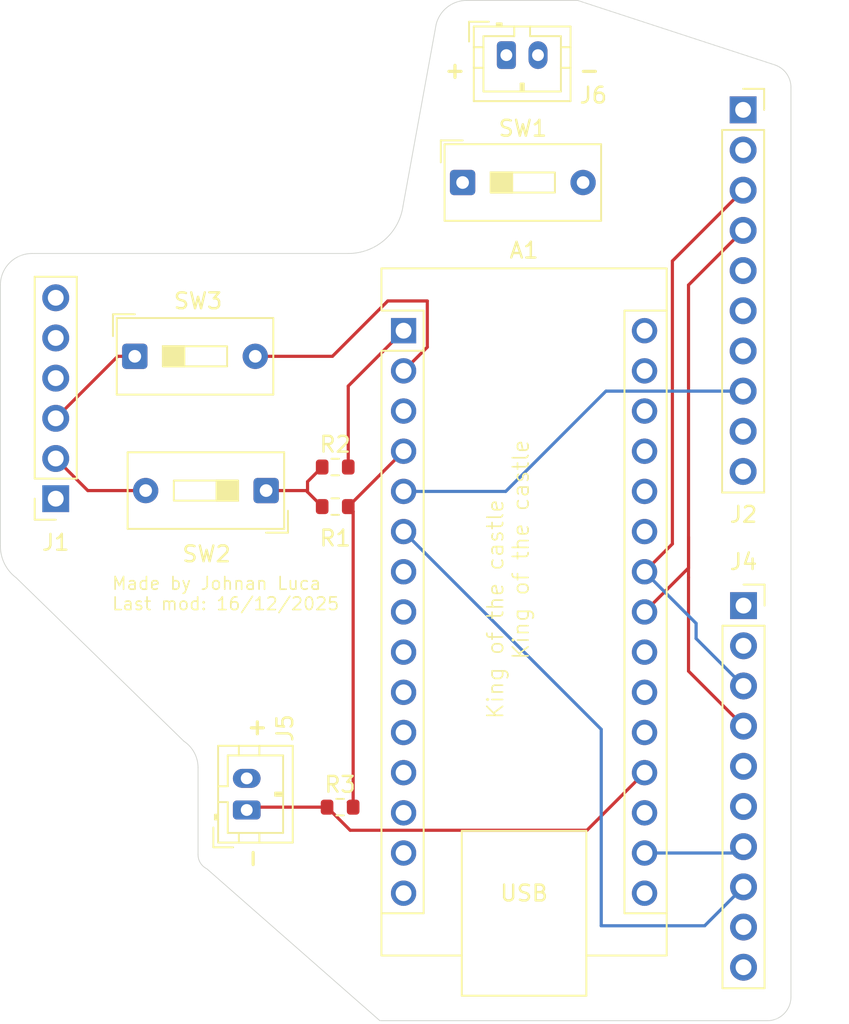
<source format=kicad_pcb>
(kicad_pcb (version 20241229) (generator "pcbnew") (generator_version "9.0")
  (layers (0 "F.Cu" signal) (4 "In1.Cu" signal) (6 "In2.Cu" signal) (2 "B.Cu" signal) (13 "F.Paste" user) (15 "B.Paste" user) (5 "F.SilkS" user "F.Silkscreen") (7 "B.SilkS" user "B.Silkscreen") (1 "F.Mask" user) (3 "B.Mask" user) (25 "Edge.Cuts" user))
  (net 0 "")
  (net 5 "Net-(A1-SDA{slash}A4)")
  (net 6 "Net-(A1-D3)")
  (net 9 "Net-(A1-D2)")
  (net 11 "Net-(A1-RX1)")
  (net 13 "Net-(A1-3V3)")
  (net 23 "Net-(A1-SCL{slash}A5)")
  (net 24 "Net-(A1-+5V)")
  (net 26 "Net-(A1-TX1)")
  (net 29 "Net-(J1-Pin_3)")
  (net 35 "Net-(A1-VIN)")
  (net 36 "Net-(A1-A0)")
  (net 37 "Net-(J1-Pin_2)")
  (net 42 "GND")
  (net 43 "Net-(SW2-A)")
  (net 44 "VCC")
  (footprint "Connector_JST:JST_PH_B2B-PH-K_1x02_P2.00mm_Vertical" (layer "F.Cu") (at 132.08 108.68 90)
    (property "Reference" "J5" (at 5.18 2.42 270) (layer "F.SilkS"))
    (property "Value" "FlexSensor_JST")
    (fp_line (start -1.11 -2.11) (end -2.36 -2.11) (stroke (width 0.12)) (layer "F.SilkS"))
    (fp_line (start -2.36 -2.11) (end -2.36 -0.86) (stroke (width 0.12)) (layer "F.SilkS"))
    (fp_line (start -0.3 -2.01) (end -0.6 -2.01) (stroke (width 0.12)) (layer "F.SilkS"))
    (fp_line (start -0.6 -2.01) (end -0.6 -1.81) (stroke (width 0.12)) (layer "F.SilkS"))
    (fp_line (start -0.3 -1.91) (end -0.6 -1.91) (stroke (width 0.12)) (layer "F.SilkS"))
    (fp_line (start 4.06 -1.81) (end -2.06 -1.81) (stroke (width 0.12)) (layer "F.SilkS"))
    (fp_line (start 0.5 -1.81) (end 0.5 -1.2) (stroke (width 0.12)) (layer "F.SilkS"))
    (fp_line (start -0.3 -1.81) (end -0.3 -2.01) (stroke (width 0.12)) (layer "F.SilkS"))
    (fp_line (start -2.06 -1.81) (end -2.06 2.91) (stroke (width 0.12)) (layer "F.SilkS"))
    (fp_line (start 3.45 -1.2) (end 1.5 -1.2) (stroke (width 0.12)) (layer "F.SilkS"))
    (fp_line (start 1.5 -1.2) (end 1.5 -1.81) (stroke (width 0.12)) (layer "F.SilkS"))
    (fp_line (start 0.5 -1.2) (end -1.45 -1.2) (stroke (width 0.12)) (layer "F.SilkS"))
    (fp_line (start -1.45 -1.2) (end -1.45 2.3) (stroke (width 0.12)) (layer "F.SilkS"))
    (fp_line (start 4.06 -0.5) (end 3.45 -0.5) (stroke (width 0.12)) (layer "F.SilkS"))
    (fp_line (start -2.06 -0.5) (end -1.45 -0.5) (stroke (width 0.12)) (layer "F.SilkS"))
    (fp_line (start 4.06 0.8) (end 3.45 0.8) (stroke (width 0.12)) (layer "F.SilkS"))
    (fp_line (start -2.06 0.8) (end -1.45 0.8) (stroke (width 0.12)) (layer "F.SilkS"))
    (fp_line (start 1.1 1.8) (end 1.1 2.3) (stroke (width 0.12)) (layer "F.SilkS"))
    (fp_line (start 0.9 1.8) (end 1.1 1.8) (stroke (width 0.12)) (layer "F.SilkS"))
    (fp_line (start 3.45 2.3) (end 3.45 -1.2) (stroke (width 0.12)) (layer "F.SilkS"))
    (fp_line (start 1 2.3) (end 1 1.8) (stroke (width 0.12)) (layer "F.SilkS"))
    (fp_line (start 0.9 2.3) (end 0.9 1.8) (stroke (width 0.12)) (layer "F.SilkS"))
    (fp_line (start -1.45 2.3) (end 3.45 2.3) (stroke (width 0.12)) (layer "F.SilkS"))
    (fp_line (start 4.06 2.91) (end 4.06 -1.81) (stroke (width 0.12)) (layer "F.SilkS"))
    (fp_line (start -2.06 2.91) (end 4.06 2.91) (stroke (width 0.12)) (layer "F.SilkS"))
    (pad "1" thru_hole roundrect (at 0 0 90) (size 1.2 1.75) (drill 0.75) (layers "*.Cu" "*.Mask") (roundrect_rratio 0.208333) (net 36 "Net-(A1-A0)"))
    (pad "2" thru_hole oval (at 2 0 90) (size 1.2 1.75) (drill 0.75) (layers "*.Cu" "*.Mask") (net 24 "Net-(A1-+5V)"))
  )
  (footprint "Button_Switch_THT:SW_DIP_SPSTx01_Slide_9.78x4.72mm_W7.62mm_P2.54mm" (layer "F.Cu") (at 125 80)
    (property "Reference" "SW3" (at 4 -3.5 0) (layer "F.SilkS"))
    (property "Value" "SW_SPST")
    (fp_line (start -1.38 -2.66) (end -1.38 -1.277) (stroke (width 0.12)) (layer "F.SilkS"))
    (fp_line (start -1.38 -2.66) (end 0.003 -2.66) (stroke (width 0.12)) (layer "F.SilkS"))
    (fp_line (start -1.14 -2.42) (end -1.14 2.42) (stroke (width 0.12)) (layer "F.SilkS"))
    (fp_line (start -1.14 -2.42) (end 8.76 -2.42) (stroke (width 0.12)) (layer "F.SilkS"))
    (fp_line (start -1.14 2.42) (end 8.76 2.42) (stroke (width 0.12)) (layer "F.SilkS"))
    (fp_line (start 3.133333 -0.635) (end 3.133333 0.635) (stroke (width 0.12)) (layer "F.SilkS"))
    (fp_line (start 8.76 -2.42) (end 8.76 2.42) (stroke (width 0.12)) (layer "F.SilkS"))
    (fp_rect (start 1.78 -0.635) (end 3.133333 0.635) (stroke (width 0.12)) (fill yes) (layer "F.SilkS"))
    (fp_rect (start 1.78 -0.635) (end 5.84 0.635) (stroke (width 0.12)) (fill no) (layer "F.SilkS"))
    (pad "1" thru_hole roundrect (at 0 0) (size 1.6 1.6) (drill 0.8) (layers "*.Cu" "*.Mask") (roundrect_rratio 0.15625) (net 29 "Net-(J1-Pin_3)"))
    (pad "2" thru_hole circle (at 7.62 0) (size 1.6 1.6) (drill 0.8) (layers "*.Cu" "*.Mask") (net 11 "Net-(A1-RX1)"))
  )
  (footprint "Resistor_SMD:R_0603_1608Metric" (layer "F.Cu") (at 137.675 89.5)
    (property "Reference" "R1" (at 0 2 0) (layer "F.SilkS"))
    (property "Value" "20k")
    (fp_line (start -0.237258 -0.5225) (end 0.237258 -0.5225) (stroke (width 0.12)) (layer "F.SilkS"))
    (fp_line (start -0.237258 0.5225) (end 0.237258 0.5225) (stroke (width 0.12)) (layer "F.SilkS"))
    (pad "1" smd roundrect (at -0.825 0) (size 0.8 0.95) (layers "F.Cu" "F.Mask" "F.Paste") (net 43 "Net-(SW2-A)"))
    (pad "2" smd roundrect (at 0.825 0) (size 0.8 0.95) (layers "F.Cu" "F.Mask" "F.Paste") (net 42 "GND"))
  )
  (footprint "Button_Switch_THT:SW_DIP_SPSTx01_Slide_9.78x4.72mm_W7.62mm_P2.54mm" (layer "F.Cu") (at 133.3075 88.4875 180)
    (property "Reference" "SW2" (at 3.7675 -4.0125 0) (layer "F.SilkS"))
    (property "Value" "SW_SPST")
    (fp_line (start 8.76 -2.42) (end 8.76 2.42) (stroke (width 0.12)) (layer "F.SilkS"))
    (fp_line (start 3.133333 -0.635) (end 3.133333 0.635) (stroke (width 0.12)) (layer "F.SilkS"))
    (fp_line (start -1.14 2.42) (end 8.76 2.42) (stroke (width 0.12)) (layer "F.SilkS"))
    (fp_line (start -1.14 -2.42) (end 8.76 -2.42) (stroke (width 0.12)) (layer "F.SilkS"))
    (fp_line (start -1.14 -2.42) (end -1.14 2.42) (stroke (width 0.12)) (layer "F.SilkS"))
    (fp_line (start -1.38 -2.66) (end 0.003 -2.66) (stroke (width 0.12)) (layer "F.SilkS"))
    (fp_line (start -1.38 -2.66) (end -1.38 -1.277) (stroke (width 0.12)) (layer "F.SilkS"))
    (fp_rect (start 1.78 -0.635) (end 5.84 0.635) (stroke (width 0.12)) (fill no) (layer "F.SilkS"))
    (fp_rect (start 1.78 -0.635) (end 3.133333 0.635) (stroke (width 0.12)) (fill yes) (layer "F.SilkS"))
    (pad "1" thru_hole roundrect (at 0 0 180) (size 1.6 1.6) (drill 0.8) (layers "*.Cu" "*.Mask") (roundrect_rratio 0.15625) (net 43 "Net-(SW2-A)"))
    (pad "2" thru_hole circle (at 7.62 0 180) (size 1.6 1.6) (drill 0.8) (layers "*.Cu" "*.Mask") (net 37 "Net-(J1-Pin_2)"))
  )
  (footprint "Connector_PinSocket_2.54mm:PinSocket_1x10_P2.54mm_Vertical" (layer "F.Cu") (at 163.5 95.76)
    (property "Reference" "J4" (at 0 -2.77 0) (layer "F.SilkS"))
    (property "Value" "MPU-9250/6500")
    (fp_line (start -1.33 1.27) (end -1.33 24.19) (stroke (width 0.12)) (layer "F.SilkS"))
    (fp_line (start -1.33 1.27) (end 1.33 1.27) (stroke (width 0.12)) (layer "F.SilkS"))
    (fp_line (start -1.33 24.19) (end 1.33 24.19) (stroke (width 0.12)) (layer "F.SilkS"))
    (fp_line (start 0 -1.33) (end 1.33 -1.33) (stroke (width 0.12)) (layer "F.SilkS"))
    (fp_line (start 1.33 -1.33) (end 1.33 0) (stroke (width 0.12)) (layer "F.SilkS"))
    (fp_line (start 1.33 1.27) (end 1.33 24.19) (stroke (width 0.12)) (layer "F.SilkS"))
    (pad "1" thru_hole rect (at 0 0) (size 1.7 1.7) (drill 1) (layers "*.Cu" "*.Mask") (net 24 "Net-(A1-+5V)"))
    (pad "2" thru_hole oval (at 0 2.54) (size 1.7 1.7) (drill 1) (layers "*.Cu" "*.Mask") (net 42 "GND"))
    (pad "3" thru_hole oval (at 0 5.08) (size 1.7 1.7) (drill 1) (layers "*.Cu" "*.Mask") (net 23 "Net-(A1-SCL{slash}A5)"))
    (pad "4" thru_hole oval (at 0 7.62) (size 1.7 1.7) (drill 1) (layers "*.Cu" "*.Mask") (net 5 "Net-(A1-SDA{slash}A4)"))
    (pad "5" thru_hole oval (at 0 10.16) (size 1.7 1.7) (drill 1) (layers "*.Cu" "*.Mask"))
    (pad "6" thru_hole oval (at 0 12.7) (size 1.7 1.7) (drill 1) (layers "*.Cu" "*.Mask"))
    (pad "7" thru_hole oval (at 0 15.24) (size 1.7 1.7) (drill 1) (layers "*.Cu" "*.Mask") (net 13 "Net-(A1-3V3)"))
    (pad "8" thru_hole oval (at 0 17.78) (size 1.7 1.7) (drill 1) (layers "*.Cu" "*.Mask") (net 6 "Net-(A1-D3)"))
    (pad "9" thru_hole oval (at 0 20.32) (size 1.7 1.7) (drill 1) (layers "*.Cu" "*.Mask"))
    (pad "10" thru_hole oval (at 0 22.86) (size 1.7 1.7) (drill 1) (layers "*.Cu" "*.Mask"))
  )
  (footprint "Resistor_SMD:R_0603_1608Metric" (layer "F.Cu") (at 137.675 87)
    (property "Reference" "R2" (at 0 -1.43 0) (layer "F.SilkS"))
    (property "Value" "10k")
    (fp_line (start -0.237258 -0.5225) (end 0.237258 -0.5225) (stroke (width 0.12)) (layer "F.SilkS"))
    (fp_line (start -0.237258 0.5225) (end 0.237258 0.5225) (stroke (width 0.12)) (layer "F.SilkS"))
    (pad "1" smd roundrect (at -0.825 0) (size 0.8 0.95) (layers "F.Cu" "F.Mask" "F.Paste") (net 43 "Net-(SW2-A)"))
    (pad "2" smd roundrect (at 0.825 0) (size 0.8 0.95) (layers "F.Cu" "F.Mask" "F.Paste") (net 26 "Net-(A1-TX1)"))
  )
  (footprint "Resistor_SMD:R_0603_1608Metric" (layer "F.Cu") (at 137.985 108.5)
    (property "Reference" "R3" (at 0 -1.43 0) (layer "F.SilkS"))
    (property "Value" "10k")
    (fp_line (start -0.237258 -0.5225) (end 0.237258 -0.5225) (stroke (width 0.12)) (layer "F.SilkS"))
    (fp_line (start -0.237258 0.5225) (end 0.237258 0.5225) (stroke (width 0.12)) (layer "F.SilkS"))
    (pad "1" smd roundrect (at -0.825 0) (size 0.8 0.95) (layers "F.Cu" "F.Mask" "F.Paste") (net 36 "Net-(A1-A0)"))
    (pad "2" smd roundrect (at 0.825 0) (size 0.8 0.95) (layers "F.Cu" "F.Mask" "F.Paste") (net 42 "GND"))
  )
  (footprint "Connector_PinSocket_2.54mm:PinSocket_1x06_P2.54mm_Vertical" (layer "F.Cu") (at 120 89 180)
    (property "Reference" "J1" (at 0 -2.77 0) (layer "F.SilkS"))
    (property "Value" "HC-05")
    (fp_line (start 1.33 1.27) (end 1.33 14.03) (stroke (width 0.12)) (layer "F.SilkS"))
    (fp_line (start 1.33 -1.33) (end 1.33 0) (stroke (width 0.12)) (layer "F.SilkS"))
    (fp_line (start 0 -1.33) (end 1.33 -1.33) (stroke (width 0.12)) (layer "F.SilkS"))
    (fp_line (start -1.33 14.03) (end 1.33 14.03) (stroke (width 0.12)) (layer "F.SilkS"))
    (fp_line (start -1.33 1.27) (end 1.33 1.27) (stroke (width 0.12)) (layer "F.SilkS"))
    (fp_line (start -1.33 1.27) (end -1.33 14.03) (stroke (width 0.12)) (layer "F.SilkS"))
    (pad "1" thru_hole rect (at 0 0 180) (size 1.7 1.7) (drill 1) (layers "*.Cu" "*.Mask"))
    (pad "2" thru_hole oval (at 0 2.54 180) (size 1.7 1.7) (drill 1) (layers "*.Cu" "*.Mask") (net 37 "Net-(J1-Pin_2)"))
    (pad "3" thru_hole oval (at 0 5.08 180) (size 1.7 1.7) (drill 1) (layers "*.Cu" "*.Mask") (net 29 "Net-(J1-Pin_3)"))
    (pad "4" thru_hole oval (at 0 7.62 180) (size 1.7 1.7) (drill 1) (layers "*.Cu" "*.Mask") (net 42 "GND"))
    (pad "5" thru_hole oval (at 0 10.16 180) (size 1.7 1.7) (drill 1) (layers "*.Cu" "*.Mask") (net 24 "Net-(A1-+5V)"))
    (pad "6" thru_hole oval (at 0 12.7 180) (size 1.7 1.7) (drill 1) (layers "*.Cu" "*.Mask"))
  )
  (footprint "Connector_PinSocket_2.54mm:PinSocket_1x10_P2.54mm_Vertical" (layer "F.Cu") (at 163.475 64.42)
    (property "Reference" "J2" (at 0.025 25.58 0) (layer "F.SilkS"))
    (property "Value" "MPU-9250/6500")
    (fp_line (start -1.33 1.27) (end -1.33 24.19) (stroke (width 0.12)) (layer "F.SilkS"))
    (fp_line (start -1.33 1.27) (end 1.33 1.27) (stroke (width 0.12)) (layer "F.SilkS"))
    (fp_line (start -1.33 24.19) (end 1.33 24.19) (stroke (width 0.12)) (layer "F.SilkS"))
    (fp_line (start 0 -1.33) (end 1.33 -1.33) (stroke (width 0.12)) (layer "F.SilkS"))
    (fp_line (start 1.33 -1.33) (end 1.33 0) (stroke (width 0.12)) (layer "F.SilkS"))
    (fp_line (start 1.33 1.27) (end 1.33 24.19) (stroke (width 0.12)) (layer "F.SilkS"))
    (pad "1" thru_hole rect (at 0 0) (size 1.7 1.7) (drill 1) (layers "*.Cu" "*.Mask") (net 24 "Net-(A1-+5V)"))
    (pad "2" thru_hole oval (at 0 2.54) (size 1.7 1.7) (drill 1) (layers "*.Cu" "*.Mask") (net 42 "GND"))
    (pad "3" thru_hole oval (at 0 5.08) (size 1.7 1.7) (drill 1) (layers "*.Cu" "*.Mask") (net 23 "Net-(A1-SCL{slash}A5)"))
    (pad "4" thru_hole oval (at 0 7.62) (size 1.7 1.7) (drill 1) (layers "*.Cu" "*.Mask") (net 5 "Net-(A1-SDA{slash}A4)"))
    (pad "5" thru_hole oval (at 0 10.16) (size 1.7 1.7) (drill 1) (layers "*.Cu" "*.Mask"))
    (pad "6" thru_hole oval (at 0 12.7) (size 1.7 1.7) (drill 1) (layers "*.Cu" "*.Mask"))
    (pad "7" thru_hole oval (at 0 15.24) (size 1.7 1.7) (drill 1) (layers "*.Cu" "*.Mask"))
    (pad "8" thru_hole oval (at 0 17.78) (size 1.7 1.7) (drill 1) (layers "*.Cu" "*.Mask") (net 9 "Net-(A1-D2)"))
    (pad "9" thru_hole oval (at 0 20.32) (size 1.7 1.7) (drill 1) (layers "*.Cu" "*.Mask"))
    (pad "10" thru_hole oval (at 0 22.86) (size 1.7 1.7) (drill 1) (layers "*.Cu" "*.Mask"))
  )
  (footprint "Button_Switch_THT:SW_DIP_SPSTx01_Slide_9.78x4.72mm_W7.62mm_P2.54mm" (layer "F.Cu") (at 145.7325 69.0125)
    (property "Reference" "SW1" (at 3.81 -3.42 0) (layer "F.SilkS"))
    (property "Value" "SW_SPST")
    (fp_line (start -1.38 -2.66) (end -1.38 -1.277) (stroke (width 0.12)) (layer "F.SilkS"))
    (fp_line (start -1.38 -2.66) (end 0.003 -2.66) (stroke (width 0.12)) (layer "F.SilkS"))
    (fp_line (start -1.14 -2.42) (end -1.14 2.42) (stroke (width 0.12)) (layer "F.SilkS"))
    (fp_line (start -1.14 -2.42) (end 8.76 -2.42) (stroke (width 0.12)) (layer "F.SilkS"))
    (fp_line (start -1.14 2.42) (end 8.76 2.42) (stroke (width 0.12)) (layer "F.SilkS"))
    (fp_line (start 3.133333 -0.635) (end 3.133333 0.635) (stroke (width 0.12)) (layer "F.SilkS"))
    (fp_line (start 8.76 -2.42) (end 8.76 2.42) (stroke (width 0.12)) (layer "F.SilkS"))
    (fp_rect (start 1.78 -0.635) (end 3.133333 0.635) (stroke (width 0.12)) (fill yes) (layer "F.SilkS"))
    (fp_rect (start 1.78 -0.635) (end 5.84 0.635) (stroke (width 0.12)) (fill no) (layer "F.SilkS"))
    (pad "1" thru_hole roundrect (at 0 0) (size 1.6 1.6) (drill 0.8) (layers "*.Cu" "*.Mask") (roundrect_rratio 0.15625) (net 44 "VCC"))
    (pad "2" thru_hole circle (at 7.62 0) (size 1.6 1.6) (drill 0.8) (layers "*.Cu" "*.Mask") (net 35 "Net-(A1-VIN)"))
  )
  (footprint "Connector_JST:JST_PH_B2B-PH-K_1x02_P2.00mm_Vertical" (layer "F.Cu") (at 148.5 60.96)
    (property "Reference" "J6" (at 5.5 2.54 0) (layer "F.SilkS"))
    (property "Value" "External_source")
    (fp_line (start -2.36 -2.11) (end -2.36 -0.86) (stroke (width 0.12)) (layer "F.SilkS"))
    (fp_line (start -2.06 -1.81) (end -2.06 2.91) (stroke (width 0.12)) (layer "F.SilkS"))
    (fp_line (start -2.06 -0.5) (end -1.45 -0.5) (stroke (width 0.12)) (layer "F.SilkS"))
    (fp_line (start -2.06 0.8) (end -1.45 0.8) (stroke (width 0.12)) (layer "F.SilkS"))
    (fp_line (start -2.06 2.91) (end 4.06 2.91) (stroke (width 0.12)) (layer "F.SilkS"))
    (fp_line (start -1.45 -1.2) (end -1.45 2.3) (stroke (width 0.12)) (layer "F.SilkS"))
    (fp_line (start -1.45 2.3) (end 3.45 2.3) (stroke (width 0.12)) (layer "F.SilkS"))
    (fp_line (start -1.11 -2.11) (end -2.36 -2.11) (stroke (width 0.12)) (layer "F.SilkS"))
    (fp_line (start -0.6 -2.01) (end -0.6 -1.81) (stroke (width 0.12)) (layer "F.SilkS"))
    (fp_line (start -0.3 -2.01) (end -0.6 -2.01) (stroke (width 0.12)) (layer "F.SilkS"))
    (fp_line (start -0.3 -1.91) (end -0.6 -1.91) (stroke (width 0.12)) (layer "F.SilkS"))
    (fp_line (start -0.3 -1.81) (end -0.3 -2.01) (stroke (width 0.12)) (layer "F.SilkS"))
    (fp_line (start 0.5 -1.81) (end 0.5 -1.2) (stroke (width 0.12)) (layer "F.SilkS"))
    (fp_line (start 0.5 -1.2) (end -1.45 -1.2) (stroke (width 0.12)) (layer "F.SilkS"))
    (fp_line (start 0.9 1.8) (end 1.1 1.8) (stroke (width 0.12)) (layer "F.SilkS"))
    (fp_line (start 0.9 2.3) (end 0.9 1.8) (stroke (width 0.12)) (layer "F.SilkS"))
    (fp_line (start 1 2.3) (end 1 1.8) (stroke (width 0.12)) (layer "F.SilkS"))
    (fp_line (start 1.1 1.8) (end 1.1 2.3) (stroke (width 0.12)) (layer "F.SilkS"))
    (fp_line (start 1.5 -1.2) (end 1.5 -1.81) (stroke (width 0.12)) (layer "F.SilkS"))
    (fp_line (start 3.45 -1.2) (end 1.5 -1.2) (stroke (width 0.12)) (layer "F.SilkS"))
    (fp_line (start 3.45 2.3) (end 3.45 -1.2) (stroke (width 0.12)) (layer "F.SilkS"))
    (fp_line (start 4.06 -1.81) (end -2.06 -1.81) (stroke (width 0.12)) (layer "F.SilkS"))
    (fp_line (start 4.06 -0.5) (end 3.45 -0.5) (stroke (width 0.12)) (layer "F.SilkS"))
    (fp_line (start 4.06 0.8) (end 3.45 0.8) (stroke (width 0.12)) (layer "F.SilkS"))
    (fp_line (start 4.06 2.91) (end 4.06 -1.81) (stroke (width 0.12)) (layer "F.SilkS"))
    (pad "1" thru_hole roundrect (at 0 0) (size 1.2 1.75) (drill 0.75) (layers "*.Cu" "*.Mask") (roundrect_rratio 0.208333) (net 44 "VCC"))
    (pad "2" thru_hole oval (at 2 0) (size 1.2 1.75) (drill 0.75) (layers "*.Cu" "*.Mask") (net 42 "GND"))
  )
  (footprint "Module:Arduino_Nano" (layer "F.Cu") (at 142 78.38)
    (property "Reference" "A1" (at 7.62 -5.08 0) (layer "F.SilkS"))
    (property "Value" "Arduino_Nano_Every")
    (fp_line (start -1.4 -3.94) (end -1.4 -1.27) (stroke (width 0.12)) (layer "F.SilkS"))
    (fp_line (start -1.4 1.27) (end -1.4 39.5) (stroke (width 0.12)) (layer "F.SilkS"))
    (fp_line (start -1.4 39.5) (end 3.68 39.5) (stroke (width 0.12)) (layer "F.SilkS"))
    (fp_line (start 1.27 -1.27) (end -1.4 -1.27) (stroke (width 0.12)) (layer "F.SilkS"))
    (fp_line (start 1.27 1.27) (end -1.4 1.27) (stroke (width 0.12)) (layer "F.SilkS"))
    (fp_line (start 1.27 1.27) (end 1.27 -1.27) (stroke (width 0.12)) (layer "F.SilkS"))
    (fp_line (start 1.27 1.27) (end 1.27 36.83) (stroke (width 0.12)) (layer "F.SilkS"))
    (fp_line (start 1.27 36.83) (end -1.4 36.83) (stroke (width 0.12)) (layer "F.SilkS"))
    (fp_line (start 3.68 31.62) (end 11.56 31.62) (stroke (width 0.12)) (layer "F.SilkS"))
    (fp_line (start 3.68 42.04) (end 3.68 31.62) (stroke (width 0.12)) (layer "F.SilkS"))
    (fp_line (start 11.56 31.62) (end 11.56 42.04) (stroke (width 0.12)) (layer "F.SilkS"))
    (fp_line (start 11.56 42.04) (end 3.68 42.04) (stroke (width 0.12)) (layer "F.SilkS"))
    (fp_line (start 13.97 -1.27) (end 13.97 36.83) (stroke (width 0.12)) (layer "F.SilkS"))
    (fp_line (start 13.97 -1.27) (end 16.64 -1.27) (stroke (width 0.12)) (layer "F.SilkS"))
    (fp_line (start 13.97 36.83) (end 16.64 36.83) (stroke (width 0.12)) (layer "F.SilkS"))
    (fp_line (start 16.64 -3.94) (end -1.4 -3.94) (stroke (width 0.12)) (layer "F.SilkS"))
    (fp_line (start 16.64 39.5) (end 11.56 39.5) (stroke (width 0.12)) (layer "F.SilkS"))
    (fp_line (start 16.64 39.5) (end 16.64 -3.94) (stroke (width 0.12)) (layer "F.SilkS"))
    (fp_text user "USB" (at 7.62 35.56 0) (layer "F.SilkS"))
    (pad "1" thru_hole rect (at 0 0) (size 1.6 1.6) (drill 1) (layers "*.Cu" "*.Mask") (net 26 "Net-(A1-TX1)"))
    (pad "2" thru_hole oval (at 0 2.54) (size 1.6 1.6) (drill 1) (layers "*.Cu" "*.Mask") (net 11 "Net-(A1-RX1)"))
    (pad "3" thru_hole oval (at 0 5.08) (size 1.6 1.6) (drill 1) (layers "*.Cu" "*.Mask"))
    (pad "4" thru_hole oval (at 0 7.62) (size 1.6 1.6) (drill 1) (layers "*.Cu" "*.Mask") (net 42 "GND"))
    (pad "5" thru_hole oval (at 0 10.16) (size 1.6 1.6) (drill 1) (layers "*.Cu" "*.Mask") (net 9 "Net-(A1-D2)"))
    (pad "6" thru_hole oval (at 0 12.7) (size 1.6 1.6) (drill 1) (layers "*.Cu" "*.Mask") (net 6 "Net-(A1-D3)"))
    (pad "7" thru_hole oval (at 0 15.24) (size 1.6 1.6) (drill 1) (layers "*.Cu" "*.Mask"))
    (pad "8" thru_hole oval (at 0 17.78) (size 1.6 1.6) (drill 1) (layers "*.Cu" "*.Mask"))
    (pad "9" thru_hole oval (at 0 20.32) (size 1.6 1.6) (drill 1) (layers "*.Cu" "*.Mask"))
    (pad "10" thru_hole oval (at 0 22.86) (size 1.6 1.6) (drill 1) (layers "*.Cu" "*.Mask"))
    (pad "11" thru_hole oval (at 0 25.4) (size 1.6 1.6) (drill 1) (layers "*.Cu" "*.Mask"))
    (pad "12" thru_hole oval (at 0 27.94) (size 1.6 1.6) (drill 1) (layers "*.Cu" "*.Mask"))
    (pad "13" thru_hole oval (at 0 30.48) (size 1.6 1.6) (drill 1) (layers "*.Cu" "*.Mask"))
    (pad "14" thru_hole oval (at 0 33.02) (size 1.6 1.6) (drill 1) (layers "*.Cu" "*.Mask"))
    (pad "15" thru_hole oval (at 0 35.56) (size 1.6 1.6) (drill 1) (layers "*.Cu" "*.Mask"))
    (pad "16" thru_hole oval (at 15.24 35.56) (size 1.6 1.6) (drill 1) (layers "*.Cu" "*.Mask"))
    (pad "17" thru_hole oval (at 15.24 33.02) (size 1.6 1.6) (drill 1) (layers "*.Cu" "*.Mask") (net 13 "Net-(A1-3V3)"))
    (pad "18" thru_hole oval (at 15.24 30.48) (size 1.6 1.6) (drill 1) (layers "*.Cu" "*.Mask"))
    (pad "19" thru_hole oval (at 15.24 27.94) (size 1.6 1.6) (drill 1) (layers "*.Cu" "*.Mask") (net 36 "Net-(A1-A0)"))
    (pad "20" thru_hole oval (at 15.24 25.4) (size 1.6 1.6) (drill 1) (layers "*.Cu" "*.Mask"))
    (pad "21" thru_hole oval (at 15.24 22.86) (size 1.6 1.6) (drill 1) (layers "*.Cu" "*.Mask"))
    (pad "22" thru_hole oval (at 15.24 20.32) (size 1.6 1.6) (drill 1) (layers "*.Cu" "*.Mask"))
    (pad "23" thru_hole oval (at 15.24 17.78) (size 1.6 1.6) (drill 1) (layers "*.Cu" "*.Mask") (net 5 "Net-(A1-SDA{slash}A4)"))
    (pad "24" thru_hole oval (at 15.24 15.24) (size 1.6 1.6) (drill 1) (layers "*.Cu" "*.Mask") (net 23 "Net-(A1-SCL{slash}A5)"))
    (pad "25" thru_hole oval (at 15.24 12.7) (size 1.6 1.6) (drill 1) (layers "*.Cu" "*.Mask"))
    (pad "26" thru_hole oval (at 15.24 10.16) (size 1.6 1.6) (drill 1) (layers "*.Cu" "*.Mask"))
    (pad "27" thru_hole oval (at 15.24 7.62) (size 1.6 1.6) (drill 1) (layers "*.Cu" "*.Mask") (net 24 "Net-(A1-+5V)"))
    (pad "28" thru_hole oval (at 15.24 5.08) (size 1.6 1.6) (drill 1) (layers "*.Cu" "*.Mask"))
    (pad "29" thru_hole oval (at 15.24 2.54) (size 1.6 1.6) (drill 1) (layers "*.Cu" "*.Mask") (net 42 "GND"))
    (pad "30" thru_hole oval (at 15.24 0) (size 1.6 1.6) (drill 1) (layers "*.Cu" "*.Mask") (net 35 "Net-(A1-VIN)"))
  )
  (gr_line (start 153 57.5) (end 147 57.5) (stroke (width 0.05)) (layer "Edge.Cuts"))
  (gr_arc (start 141.964823 70.494975) (mid 140.793206 72.644089) (end 138.5 73.5) (stroke (width 0.05)) (layer "Edge.Cuts"))
  (gr_line (start 166.5 63) (end 166.5 120.5) (stroke (width 0.05)) (layer "Edge.Cuts"))
  (gr_line (start 129.552787 112.394427) (end 140.5 122) (stroke (width 0.05)) (layer "Edge.Cuts"))
  (gr_arc (start 144.059715 59.014929) (mid 144.769176 57.923589) (end 146 57.5) (stroke (width 0.05)) (layer "Edge.Cuts"))
  (gr_arc (start 128.1094 104.3359) (mid 128.763349 105.056284) (end 128.999999 106) (stroke (width 0.05)) (layer "Edge.Cuts"))
  (gr_line (start 128.999999 106) (end 129 111.5) (stroke (width 0.05)) (layer "Edge.Cuts"))
  (gr_arc (start 116.5 75.5) (mid 117.085786 74.085786) (end 118.5 73.5) (stroke (width 0.05)) (layer "Edge.Cuts"))
  (gr_line (start 118.5 73.5) (end 138.5 73.5) (stroke (width 0.05)) (layer "Edge.Cuts"))
  (gr_line (start 147 57.5) (end 146 57.5) (stroke (width 0.05)) (layer "Edge.Cuts"))
  (gr_line (start 116.5 75.5) (end 116.5 92) (stroke (width 0.05)) (layer "Edge.Cuts"))
  (gr_arc (start 117.5 94) (mid 116.763932 93.118034) (end 116.5 92) (stroke (width 0.05)) (layer "Edge.Cuts"))
  (gr_arc (start 166.5 120.5) (mid 166.06066 121.56066) (end 165 122) (stroke (width 0.05)) (layer "Edge.Cuts"))
  (gr_arc (start 129.552786 112.394427) (mid 129.149349 112.025731) (end 129 111.5) (stroke (width 0.05)) (layer "Edge.Cuts"))
  (gr_line (start 117.5 94) (end 128.1094 104.3359) (stroke (width 0.05)) (layer "Edge.Cuts"))
  (gr_arc (start 165.474342 61.576975) (mid 166.216864 62.122935) (end 166.5 63) (stroke (width 0.05)) (layer "Edge.Cuts"))
  (gr_line (start 165.474342 61.576975) (end 153 57.5) (stroke (width 0.05)) (layer "Edge.Cuts"))
  (gr_line (start 140.5 122) (end 165 122) (stroke (width 0.05)) (layer "Edge.Cuts"))
  (gr_line (start 141.964823 70.494969) (end 144.059715 59.014929) (stroke (width 0.05)) (layer "Edge.Cuts"))
  (gr_text "Made by Johnan Luca\nLast mod: 16/12/2025\n" (at 123.5 95 0) (layer "F.SilkS") (effects (font (size 0.8 0.8) (thickness 0.1)) (justify left)))
  (gr_text "+\n" (at 132 104 0) (layer "F.SilkS") (effects (font (size 1 1) (thickness 0.2) (bold yes)) (justify left bottom)))
  (gr_text "King of the castle\n	King of the castle" (at 150 103 90) (layer "F.SilkS") (effects (font (size 1 1) (thickness 0.1)) (justify left bottom)))
  (gr_text "+" (at 144.5 62.5 0) (layer "F.SilkS") (effects (font (size 1 1) (thickness 0.2) (bold yes)) (justify left bottom)))
  (gr_text "-\n" (at 133 112.5 90) (layer "F.SilkS") (effects (font (size 1 1) (thickness 0.2) (bold yes)) (justify left bottom)))
  (gr_text "-" (at 153 62.5 0) (layer "F.SilkS") (effects (font (size 1 1) (thickness 0.2) (bold yes)) (justify left bottom)))
  (segment (start 157.24 96.16) (end 160.02 93.38) (width 0.2) (layer "F.Cu") (net 5))
  (segment (start 160.02 99.9) (end 163.5 103.38) (width 0.2) (layer "F.Cu") (net 5))
  (segment (start 160.02 91.44) (end 160.02 75.495) (width 0.2) (layer "F.Cu") (net 5))
  (segment (start 160.02 93.98) (end 160.02 91.44) (width 0.2) (layer "F.Cu") (net 5))
  (segment (start 160.02 75.495) (end 163.475 72.04) (width 0.2) (layer "F.Cu") (net 5))
  (segment (start 160.02 93.98) (end 160.02 99.9) (width 0.2) (layer "F.Cu") (net 5))
  (segment (start 160.02 93.38) (end 160.02 91.44) (width 0.2) (layer "F.Cu") (net 5))
  (segment (start 154.5 103.58) (end 154.5 116) (width 0.2) (layer "B.Cu") (net 6))
  (segment (start 161.04 116) (end 163.5 113.54) (width 0.2) (layer "B.Cu") (net 6))
  (segment (start 154.5 116) (end 161.04 116) (width 0.2) (layer "B.Cu") (net 6))
  (segment (start 142 91.08) (end 154.5 103.58) (width 0.2) (layer "B.Cu") (net 6))
  (segment (start 163.475 82.2) (end 154.8 82.2) (width 0.2) (layer "B.Cu") (net 9))
  (segment (start 154.8 82.2) (end 148.46 88.54) (width 0.2) (layer "B.Cu") (net 9))
  (segment (start 148.46 88.54) (end 142 88.54) (width 0.2) (layer "B.Cu") (net 9))
  (segment (start 137.5 80) (end 141 76.5) (width 0.2) (layer "F.Cu") (net 11))
  (segment (start 143.5 76.5) (end 143.5 79.42) (width 0.2) (layer "F.Cu") (net 11))
  (segment (start 132.62 80) (end 137.5 80) (width 0.2) (layer "F.Cu") (net 11))
  (segment (start 141 76.5) (end 143.5 76.5) (width 0.2) (layer "F.Cu") (net 11))
  (segment (start 143.5 79.42) (end 142 80.92) (width 0.2) (layer "F.Cu") (net 11))
  (segment (start 163.1 111.4) (end 163.5 111) (width 0.2) (layer "B.Cu") (net 13))
  (segment (start 157.24 111.4) (end 163.1 111.4) (width 0.2) (layer "B.Cu") (net 13))
  (segment (start 159 73.975) (end 163.475 69.5) (width 0.2) (layer "F.Cu") (net 23))
  (segment (start 157.24 93.62) (end 159 91.86) (width 0.2) (layer "F.Cu") (net 23))
  (segment (start 159 91.86) (end 159 73.975) (width 0.2) (layer "F.Cu") (net 23))
  (segment (start 157.24 93.62) (end 160.5 96.88) (width 0.2) (layer "B.Cu") (net 23))
  (segment (start 160.5 96.88) (end 160.5 97.84) (width 0.2) (layer "B.Cu") (net 23))
  (segment (start 160.5 97.84) (end 163.5 100.84) (width 0.2) (layer "B.Cu") (net 23))
  (segment (start 138.5 81.88) (end 142 78.38) (width 0.2) (layer "F.Cu") (net 26))
  (segment (start 138.5 87) (end 138.5 81.88) (width 0.2) (layer "F.Cu") (net 26))
  (segment (start 123.92 80) (end 120 83.92) (width 0.2) (layer "F.Cu") (net 29))
  (segment (start 125 80) (end 123.92 80) (width 0.2) (layer "F.Cu") (net 29))
  (segment (start 137.16 108.5) (end 132.26 108.5) (width 0.2) (layer "F.Cu") (net 36))
  (segment (start 153.599 109.961) (end 157.24 106.32) (width 0.2) (layer "F.Cu") (net 36))
  (segment (start 138.621 109.961) (end 153.599 109.961) (width 0.2) (layer "F.Cu") (net 36))
  (segment (start 137.16 108.5) (end 138.621 109.961) (width 0.2) (layer "F.Cu") (net 36))
  (segment (start 132.26 108.5) (end 132.08 108.68) (width 0.2) (layer "F.Cu") (net 36))
  (segment (start 120 86.46) (end 122.0275 88.4875) (width 0.2) (layer "F.Cu") (net 37))
  (segment (start 122.0275 88.4875) (end 125.6875 88.4875) (width 0.2) (layer "F.Cu") (net 37))
  (segment (start 138.81 108.5) (end 138.81 89.81) (width 0.2) (layer "F.Cu") (net 42))
  (segment (start 138.81 89.81) (end 138.5 89.5) (width 0.2) (layer "F.Cu") (net 42))
  (segment (start 138.5 108.19) (end 138.81 108.5) (width 0.2) (layer "F.Cu") (net 42))
  (segment (start 138.5 89.5) (end 142 86) (width 0.2) (layer "F.Cu") (net 42))
  (segment (start 141.99 85.99) (end 142 86) (width 0.2) (layer "F.Cu") (net 42))
  (segment (start 135.925 88.575) (end 136.85 89.5) (width 0.2) (layer "F.Cu") (net 43))
  (segment (start 135.925 88.575) (end 135.925 87.925) (width 0.2) (layer "F.Cu") (net 43))
  (segment (start 135.8375 88.4875) (end 135.925 88.575) (width 0.2) (layer "F.Cu") (net 43))
  (segment (start 136.8375 86.9875) (end 136.85 87) (width 0.2) (layer "F.Cu") (net 43))
  (segment (start 133.3075 88.4875) (end 135.8375 88.4875) (width 0.2) (layer "F.Cu") (net 43))
  (segment (start 135.925 87.925) (end 136.85 87) (width 0.2) (layer "F.Cu") (net 43))
)
</source>
